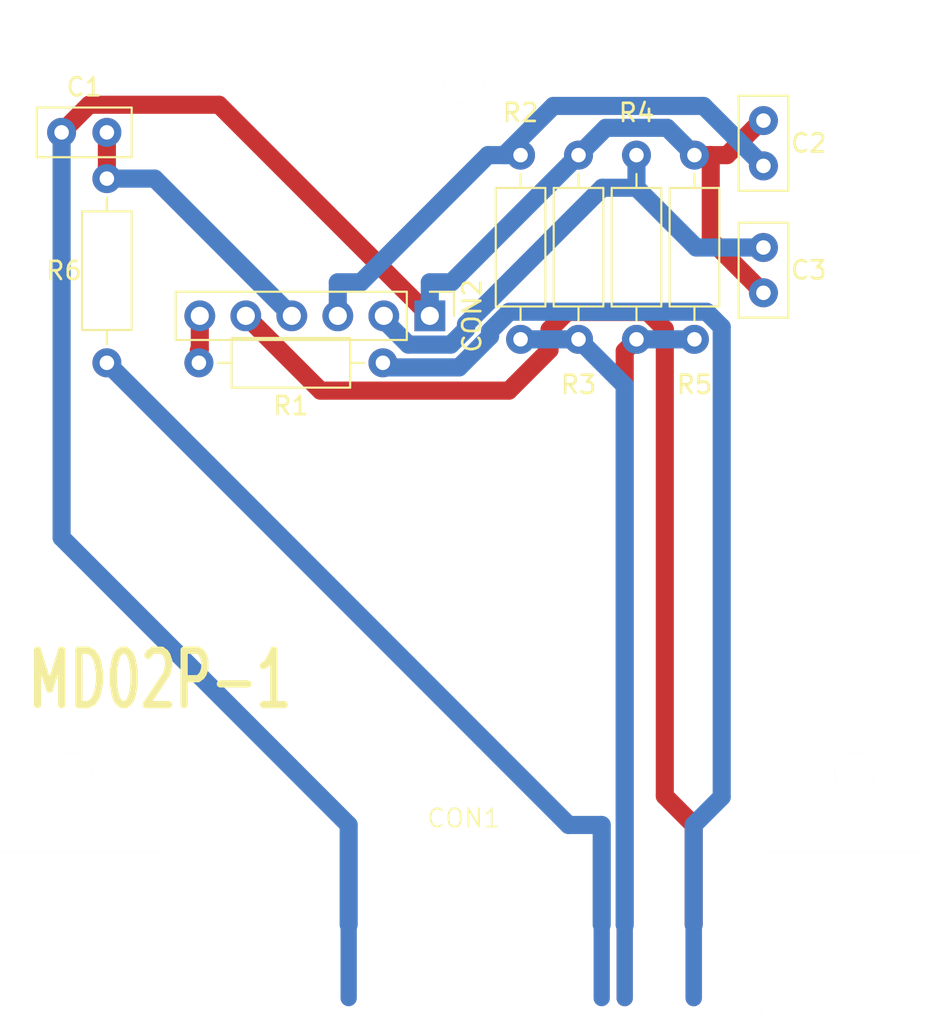
<source format=kicad_pcb>
(kicad_pcb (version 20240108) (generator "pcbnew") (generator_version "8.0")
  (layers (0 "F.Cu" signal) (31 "B.Cu" signal) (34 "B.Paste" user) (35 "F.Paste" user) (36 "B.SilkS" user "B.Silkscreen") (37 "F.SilkS" user "F.Silkscreen") (38 "B.Mask" user) (39 "F.Mask" user) (44 "Edge.Cuts" user))
  (net 0 "")
  (net 1 "/+5V")
  (net 2 "/Red")
  (net 3 "/Green")
  (net 4 "/CON1.Pin40")
  (net 5 "/GND")
  (net 6 "/Black")
  (net 7 "/CON1.Pin39")
  (net 8 "/Yellow")
  (net 9 "/CON1.Pin38")
  (net 10 "/CON1.Pin45")
  (footprint "Capacitor_THT:C_Disc_D5.0mm_W2.5mm_P2.50mm" (layer "F.Cu") (at 134.16 81.32)
    (property "Reference" "C1" (at 1.25 -2.5 0) (layer "F.SilkS"))
    (property "Value" "DNP")
    (fp_line (start -1.37 -1.37) (end -1.37 1.37) (stroke (width 0.12)) (layer "F.SilkS"))
    (fp_line (start -1.37 -1.37) (end 3.87 -1.37) (stroke (width 0.12)) (layer "F.SilkS"))
    (fp_line (start -1.37 1.37) (end 3.87 1.37) (stroke (width 0.12)) (layer "F.SilkS"))
    (fp_line (start 3.87 -1.37) (end 3.87 1.37) (stroke (width 0.12)) (layer "F.SilkS"))
    (pad "1" thru_hole circle (at 0 0) (size 1.6 1.6) (drill 0.8) (layers "*.Cu" "*.Mask") (net 5 "/GND"))
    (pad "2" thru_hole circle (at 2.5 0) (size 1.6 1.6) (drill 0.8) (layers "*.Cu" "*.Mask") (net 8 "/Yellow"))
  )
  (footprint "Resistor_THT:R_Axial_DIN0207_L6.3mm_D2.5mm_P10.16mm_Horizontal" (layer "F.Cu") (at 165.9 92.735 90)
    (property "Reference" "R4" (at 12.5 0 180) (layer "F.SilkS"))
    (property "Value" "Jumper_2_Bridged")
    (fp_line (start 8.35 -1.37) (end 1.81 -1.37) (stroke (width 0.12)) (layer "F.SilkS"))
    (fp_line (start 1.81 -1.37) (end 1.81 1.37) (stroke (width 0.12)) (layer "F.SilkS"))
    (fp_line (start 9.12 0) (end 8.35 0) (stroke (width 0.12)) (layer "F.SilkS"))
    (fp_line (start 1.04 0) (end 1.81 0) (stroke (width 0.12)) (layer "F.SilkS"))
    (fp_line (start 8.35 1.37) (end 8.35 -1.37) (stroke (width 0.12)) (layer "F.SilkS"))
    (fp_line (start 1.81 1.37) (end 8.35 1.37) (stroke (width 0.12)) (layer "F.SilkS"))
    (pad "1" thru_hole circle (at 0 0 90) (size 1.6 1.6) (drill 0.8) (layers "*.Cu" "*.Mask") (net 7 "/CON1.Pin39"))
    (pad "2" thru_hole oval (at 10.16 0 90) (size 1.6 1.6) (drill 0.8) (layers "*.Cu" "*.Mask") (net 6 "/Black"))
  )
  (footprint "Resistor_THT:R_Axial_DIN0207_L6.3mm_D2.5mm_P10.16mm_Horizontal" (layer "F.Cu") (at 141.74 94.03)
    (property "Reference" "R1" (at 5.08 2.37 0) (layer "F.SilkS"))
    (property "Value" "Jumper_2_Open")
    (fp_line (start 1.04 0) (end 1.81 0) (stroke (width 0.12)) (layer "F.SilkS"))
    (fp_line (start 1.81 -1.37) (end 1.81 1.37) (stroke (width 0.12)) (layer "F.SilkS"))
    (fp_line (start 1.81 1.37) (end 8.35 1.37) (stroke (width 0.12)) (layer "F.SilkS"))
    (fp_line (start 8.35 -1.37) (end 1.81 -1.37) (stroke (width 0.12)) (layer "F.SilkS"))
    (fp_line (start 8.35 1.37) (end 8.35 -1.37) (stroke (width 0.12)) (layer "F.SilkS"))
    (fp_line (start 9.12 0) (end 8.35 0) (stroke (width 0.12)) (layer "F.SilkS"))
    (pad "1" thru_hole circle (at 0 0) (size 1.6 1.6) (drill 0.8) (layers "*.Cu" "*.Mask") (net 2 "/Red"))
    (pad "2" thru_hole oval (at 10.16 0) (size 1.6 1.6) (drill 0.8) (layers "*.Cu" "*.Mask") (net 1 "/+5V"))
  )
  (footprint "Resistor_THT:R_Axial_DIN0207_L6.3mm_D2.5mm_P10.16mm_Horizontal" (layer "F.Cu") (at 159.5 92.735 90)
    (property "Reference" "R2" (at 12.5 0 180) (layer "F.SilkS"))
    (property "Value" "Jumper_2_Bridged")
    (fp_line (start 8.35 -1.37) (end 1.81 -1.37) (stroke (width 0.12)) (layer "F.SilkS"))
    (fp_line (start 1.81 -1.37) (end 1.81 1.37) (stroke (width 0.12)) (layer "F.SilkS"))
    (fp_line (start 9.12 0) (end 8.35 0) (stroke (width 0.12)) (layer "F.SilkS"))
    (fp_line (start 1.04 0) (end 1.81 0) (stroke (width 0.12)) (layer "F.SilkS"))
    (fp_line (start 8.35 1.37) (end 8.35 -1.37) (stroke (width 0.12)) (layer "F.SilkS"))
    (fp_line (start 1.81 1.37) (end 8.35 1.37) (stroke (width 0.12)) (layer "F.SilkS"))
    (pad "1" thru_hole circle (at 0 0 90) (size 1.6 1.6) (drill 0.8) (layers "*.Cu" "*.Mask") (net 4 "/CON1.Pin40"))
    (pad "2" thru_hole oval (at 10.16 0 90) (size 1.6 1.6) (drill 0.8) (layers "*.Cu" "*.Mask") (net 3 "/Green"))
  )
  (footprint "Capacitor_THT:C_Disc_D5.0mm_W2.5mm_P2.50mm" (layer "F.Cu") (at 172.91 90.17 90)
    (property "Reference" "C3" (at 1.25 2.5 180) (layer "F.SilkS"))
    (property "Value" "DNP")
    (fp_line (start 3.87 -1.37) (end 3.87 1.37) (stroke (width 0.12)) (layer "F.SilkS"))
    (fp_line (start -1.37 -1.37) (end 3.87 -1.37) (stroke (width 0.12)) (layer "F.SilkS"))
    (fp_line (start -1.37 -1.37) (end -1.37 1.37) (stroke (width 0.12)) (layer "F.SilkS"))
    (fp_line (start -1.37 1.37) (end 3.87 1.37) (stroke (width 0.12)) (layer "F.SilkS"))
    (pad "1" thru_hole circle (at 0 0 90) (size 1.6 1.6) (drill 0.8) (layers "*.Cu" "*.Mask") (net 5 "/GND"))
    (pad "2" thru_hole circle (at 2.5 0 90) (size 1.6 1.6) (drill 0.8) (layers "*.Cu" "*.Mask") (net 6 "/Black"))
  )
  (footprint "Capacitor_THT:C_Disc_D5.0mm_W2.5mm_P2.50mm" (layer "F.Cu") (at 172.91 83.17 90)
    (property "Reference" "C2" (at 1.25 2.5 180) (layer "F.SilkS"))
    (property "Value" "DNP")
    (fp_line (start 3.87 -1.37) (end 3.87 1.37) (stroke (width 0.12)) (layer "F.SilkS"))
    (fp_line (start -1.37 -1.37) (end 3.87 -1.37) (stroke (width 0.12)) (layer "F.SilkS"))
    (fp_line (start -1.37 -1.37) (end -1.37 1.37) (stroke (width 0.12)) (layer "F.SilkS"))
    (fp_line (start -1.37 1.37) (end 3.87 1.37) (stroke (width 0.12)) (layer "F.SilkS"))
    (pad "1" thru_hole circle (at 0 0 90) (size 1.6 1.6) (drill 0.8) (layers "*.Cu" "*.Mask") (net 3 "/Green"))
    (pad "2" thru_hole circle (at 2.5 0 90) (size 1.6 1.6) (drill 0.8) (layers "*.Cu" "*.Mask") (net 5 "/GND"))
  )
  (footprint "Resistor_THT:R_Axial_DIN0207_L6.3mm_D2.5mm_P10.16mm_Horizontal" (layer "F.Cu") (at 169.1 92.735 90)
    (property "Reference" "R5" (at -2.5 0 180) (layer "F.SilkS"))
    (property "Value" "Jumper_2_Open")
    (fp_line (start 8.35 -1.37) (end 1.81 -1.37) (stroke (width 0.12)) (layer "F.SilkS"))
    (fp_line (start 1.81 -1.37) (end 1.81 1.37) (stroke (width 0.12)) (layer "F.SilkS"))
    (fp_line (start 9.12 0) (end 8.35 0) (stroke (width 0.12)) (layer "F.SilkS"))
    (fp_line (start 1.04 0) (end 1.81 0) (stroke (width 0.12)) (layer "F.SilkS"))
    (fp_line (start 8.35 1.37) (end 8.35 -1.37) (stroke (width 0.12)) (layer "F.SilkS"))
    (fp_line (start 1.81 1.37) (end 8.35 1.37) (stroke (width 0.12)) (layer "F.SilkS"))
    (pad "1" thru_hole circle (at 0 0 90) (size 1.6 1.6) (drill 0.8) (layers "*.Cu" "*.Mask") (net 7 "/CON1.Pin39"))
    (pad "2" thru_hole oval (at 10.16 0 90) (size 1.6 1.6) (drill 0.8) (layers "*.Cu" "*.Mask") (net 5 "/GND"))
  )
  (footprint "!M203A:Edge Connector" (layer "F.Cu") (at 156.36 125.02)
    (property "Reference" "CON1" (at 0 -5.87 0) (layer "F.SilkS") (effects (font (thickness 0.1))))
    (property "Value" "Edge Connector")
    (pad "16" smd oval (at -6.35 0 180) (size 0.9 9) (layers "B.Cu" "B.Mask") (net 5 "/GND"))
    (pad "38" smd oval (at 7.62 0 180) (size 0.9 9) (layers "B.Cu" "B.Mask") (net 9 "/CON1.Pin38"))
    (pad "39" smd oval (at 8.89 0) (size 0.9 9) (layers "F.Cu" "F.Mask") (net 7 "/CON1.Pin39"))
    (pad "40" smd oval (at 8.89 0 180) (size 0.9 9) (layers "B.Cu" "B.Mask") (net 4 "/CON1.Pin40"))
    (pad "45" smd oval (at 12.7 0) (size 0.9 9) (layers "F.Cu" "F.Mask") (net 10 "/CON1.Pin45"))
    (pad "46" smd oval (at 12.7 0 180) (size 0.9 9) (layers "B.Cu" "B.Mask") (net 1 "/+5V"))
  )
  (footprint "Resistor_THT:R_Axial_DIN0207_L6.3mm_D2.5mm_P10.16mm_Horizontal" (layer "F.Cu") (at 162.7 92.735 90)
    (property "Reference" "R3" (at -2.5 0 180) (layer "F.SilkS"))
    (property "Value" "Jumper_2_Open")
    (fp_line (start 8.35 -1.37) (end 1.81 -1.37) (stroke (width 0.12)) (layer "F.SilkS"))
    (fp_line (start 1.81 -1.37) (end 1.81 1.37) (stroke (width 0.12)) (layer "F.SilkS"))
    (fp_line (start 9.12 0) (end 8.35 0) (stroke (width 0.12)) (layer "F.SilkS"))
    (fp_line (start 1.04 0) (end 1.81 0) (stroke (width 0.12)) (layer "F.SilkS"))
    (fp_line (start 8.35 1.37) (end 8.35 -1.37) (stroke (width 0.12)) (layer "F.SilkS"))
    (fp_line (start 1.81 1.37) (end 8.35 1.37) (stroke (width 0.12)) (layer "F.SilkS"))
    (pad "1" thru_hole circle (at 0 0 90) (size 1.6 1.6) (drill 0.8) (layers "*.Cu" "*.Mask") (net 4 "/CON1.Pin40"))
    (pad "2" thru_hole oval (at 10.16 0 90) (size 1.6 1.6) (drill 0.8) (layers "*.Cu" "*.Mask") (net 5 "/GND"))
  )
  (footprint "Connector_PinHeader_2.54mm:PinHeader_1x06_P2.54mm_Vertical" (layer "F.Cu") (at 154.49 91.44 -90)
    (property "Reference" "CON2" (at 0 -2.33 90) (layer "F.SilkS"))
    (property "Value" "Cable End Socket Connector Female")
    (fp_line (start -1.33 14.03) (end 1.33 14.03) (stroke (width 0.12)) (layer "F.SilkS"))
    (fp_line (start -1.33 1.27) (end -1.33 14.03) (stroke (width 0.12)) (layer "F.SilkS"))
    (fp_line (start -1.33 1.27) (end 1.33 1.27) (stroke (width 0.12)) (layer "F.SilkS"))
    (fp_line (start 1.33 1.27) (end 1.33 14.03) (stroke (width 0.12)) (layer "F.SilkS"))
    (fp_line (start -1.33 0) (end -1.33 -1.33) (stroke (width 0.12)) (layer "F.SilkS"))
    (fp_line (start -1.33 -1.33) (end 0 -1.33) (stroke (width 0.12)) (layer "F.SilkS"))
    (pad "1" thru_hole rect (at 0 0 270) (size 1.7 1.7) (drill 1) (layers "*.Cu" "*.Mask") (net 5 "/GND"))
    (pad "2" thru_hole oval (at 0 2.54 270) (size 1.7 1.7) (drill 1) (layers "*.Cu" "*.Mask") (net 6 "/Black"))
    (pad "3" thru_hole oval (at 0 5.08 270) (size 1.7 1.7) (drill 1) (layers "*.Cu" "*.Mask") (net 3 "/Green"))
    (pad "4" thru_hole oval (at 0 7.62 270) (size 1.7 1.7) (drill 1) (layers "*.Cu" "*.Mask") (net 8 "/Yellow"))
    (pad "5" thru_hole oval (at 0 10.16 270) (size 1.7 1.7) (drill 1) (layers "*.Cu" "*.Mask") (net 10 "/CON1.Pin45"))
    (pad "6" thru_hole oval (at 0 12.7 270) (size 1.7 1.7) (drill 1) (layers "*.Cu" "*.Mask") (net 2 "/Red"))
  )
  (footprint "Resistor_THT:R_Axial_DIN0207_L6.3mm_D2.5mm_P10.16mm_Horizontal" (layer "F.Cu") (at 136.66 94.03 90)
    (property "Reference" "R6" (at 5.08 -2.37 180) (layer "F.SilkS"))
    (property "Value" "Jumper_2_Open")
    (fp_line (start 8.35 -1.37) (end 1.81 -1.37) (stroke (width 0.12)) (layer "F.SilkS"))
    (fp_line (start 1.81 -1.37) (end 1.81 1.37) (stroke (width 0.12)) (layer "F.SilkS"))
    (fp_line (start 9.12 0) (end 8.35 0) (stroke (width 0.12)) (layer "F.SilkS"))
    (fp_line (start 1.04 0) (end 1.81 0) (stroke (width 0.12)) (layer "F.SilkS"))
    (fp_line (start 8.35 1.37) (end 8.35 -1.37) (stroke (width 0.12)) (layer "F.SilkS"))
    (fp_line (start 1.81 1.37) (end 8.35 1.37) (stroke (width 0.12)) (layer "F.SilkS"))
    (pad "1" thru_hole circle (at 0 0 90) (size 1.6 1.6) (drill 0.8) (layers "*.Cu" "*.Mask") (net 9 "/CON1.Pin38"))
    (pad "2" thru_hole oval (at 10.16 0 90) (size 1.6 1.6) (drill 0.8) (layers "*.Cu" "*.Mask") (net 8 "/Yellow"))
  )
  (gr_line (start 181.96 121.02) (end 172.86 121.02) (stroke (width 0.002)) (layer "Edge.Cuts"))
  (gr_line (start 172.86 121.02) (end 172.86 129.52) (stroke (width 0.002)) (layer "Edge.Cuts"))
  (gr_line (start 139.86 121.02) (end 139.86 129.52) (stroke (width 0.002)) (layer "Edge.Cuts"))
  (gr_circle (center 177.96 116.62) (end 179.06 116.62) (stroke (width 0.002)) (fill none) (layer "Edge.Cuts"))
  (gr_line (start 139.86 121.02) (end 130.76 121.02) (stroke (width 0.002)) (layer "Edge.Cuts"))
  (gr_circle (center 156.36 78.62) (end 157.46 78.62) (stroke (width 0.002)) (fill none) (layer "Edge.Cuts"))
  (gr_arc (start 140.86 130.52) (mid 140.152893 130.227107) (end 139.86 129.52) (stroke (width 0.002)) (layer "Edge.Cuts"))
  (gr_line (start 181.96 74.02) (end 181.96 121.02) (stroke (width 0.002)) (layer "Edge.Cuts"))
  (gr_line (start 171.86 130.52) (end 140.86 130.52) (stroke (width 0.002)) (layer "Edge.Cuts"))
  (gr_line (start 130.76 74.02) (end 181.96 74.02) (stroke (width 0.002)) (layer "Edge.Cuts"))
  (gr_line (start 130.76 121.02) (end 130.76 74.02) (stroke (width 0.002)) (layer "Edge.Cuts"))
  (gr_circle (center 134.76 116.62) (end 135.86 116.62) (stroke (width 0.002)) (fill none) (layer "Edge.Cuts"))
  (gr_arc (start 172.86 129.52) (mid 172.567107 130.227107) (end 171.86 130.52) (stroke (width 0.002)) (layer "Edge.Cuts"))
  (gr_text "MD02P-1" (at 132.09 113.27 0) (layer "F.SilkS") (effects (font (size 3 2) (thickness 0.4) (bold yes)) (justify left bottom)))
  (segment (start 158.8845 91.2105) (end 157.8149 92.2801) (width 1) (layer "B.Cu") (net 1))
  (segment (start 170.6057 117.9743) (end 170.6057 92.0557) (width 1) (layer "B.Cu") (net 1))
  (segment (start 157.8149 92.2801) (end 157.8149 92.5694) (width 1) (layer "B.Cu") (net 1))
  (segment (start 169.06 125.02) (end 169.06 119.52) (width 1) (layer "B.Cu") (net 1))
  (segment (start 156.1011 94.2832) (end 152.1532 94.2832) (width 1) (layer "B.Cu") (net 1))
  (segment (start 152.1532 94.2832) (end 151.9 94.03) (width 1) (layer "B.Cu") (net 1))
  (segment (start 169.06 119.52) (end 170.6057 117.9743) (width 1) (layer "B.Cu") (net 1))
  (segment (start 170.6057 92.0557) (end 169.7605 91.2105) (width 1) (layer "B.Cu") (net 1))
  (segment (start 157.8149 92.5694) (end 156.1011 94.2832) (width 1) (layer "B.Cu") (net 1))
  (segment (start 169.7605 91.2105) (end 158.8845 91.2105) (width 1) (layer "B.Cu") (net 1))
  (segment (start 141.79 91.44) (end 141.79 93.29) (width 1) (layer "F.Cu") (net 2))
  (segment (start 141.74 93.34) (end 141.74 94.03) (width 1) (layer "F.Cu") (net 2))
  (segment (start 141.79 93.29) (end 141.74 93.34) (width 1) (layer "F.Cu") (net 2))
  (segment (start 159.5 82.575) (end 158.6 82.575) (width 1) (layer "B.Cu") (net 3))
  (segment (start 169.6021 79.8621) (end 172.91 83.17) (width 1) (layer "B.Cu") (net 3))
  (segment (start 150.685 89.59) (end 157.7 82.575) (width 1) (layer "B.Cu") (net 3))
  (segment (start 158.6 82.575) (end 161.3129 79.8621) (width 1) (layer "B.Cu") (net 3))
  (segment (start 158.6 82.575) (end 157.7 82.575) (width 1) (layer "B.Cu") (net 3))
  (segment (start 161.3129 79.8621) (end 169.6021 79.8621) (width 1) (layer "B.Cu") (net 3))
  (segment (start 149.41 89.59) (end 150.685 89.59) (width 1) (layer "B.Cu") (net 3))
  (segment (start 149.41 91.44) (end 149.41 89.59) (width 1) (layer "B.Cu") (net 3))
  (segment (start 165.25 95.285) (end 162.7 92.735) (width 1) (layer "B.Cu") (net 4))
  (segment (start 162.7 92.735) (end 159.5 92.735) (width 1) (layer "B.Cu") (net 4))
  (segment (start 165.25 125.02) (end 165.25 95.285) (width 1) (layer "B.Cu") (net 4))
  (segment (start 135.6832 79.7968) (end 142.8468 79.7968) (width 1) (layer "F.Cu") (net 5))
  (segment (start 172.805 80.67) (end 172.91 80.67) (width 1) (layer "F.Cu") (net 5))
  (segment (start 170 82.575) (end 170 87.26) (width 1) (layer "F.Cu") (net 5))
  (segment (start 170.9 82.575) (end 172.805 80.67) (width 1) (layer "F.Cu") (net 5))
  (segment (start 134.16 81.32) (end 135.6832 79.7968) (width 1) (layer "F.Cu") (net 5))
  (segment (start 170 87.26) (end 172.91 90.17) (width 1) (layer "F.Cu") (net 5))
  (segment (start 169.1 82.575) (end 170 82.575) (width 1) (layer "F.Cu") (net 5))
  (segment (start 142.8468 79.7968) (end 154.49 91.44) (width 1) (layer "F.Cu") (net 5))
  (segment (start 170 82.575) (end 170.9 82.575) (width 1) (layer "F.Cu") (net 5))
  (segment (start 150.01 125.02) (end 150.01 119.52) (width 1) (layer "B.Cu") (net 5))
  (segment (start 167.5935 81.0685) (end 169.1 82.575) (width 1) (layer "B.Cu") (net 5))
  (segment (start 162.7 82.575) (end 164.2065 81.0685) (width 1) (layer "B.Cu") (net 5))
  (segment (start 154.49 91.44) (end 154.49 89.59) (width 1) (layer "B.Cu") (net 5))
  (segment (start 164.2065 81.0685) (end 167.5935 81.0685) (width 1) (layer "B.Cu") (net 5))
  (segment (start 154.49 89.59) (end 155.685 89.59) (width 1) (layer "B.Cu") (net 5))
  (segment (start 155.685 89.59) (end 162.7 82.575) (width 1) (layer "B.Cu") (net 5))
  (segment (start 134.16 103.67) (end 134.16 81.32) (width 1) (layer "B.Cu") (net 5))
  (segment (start 150.01 119.52) (end 134.16 103.67) (width 1) (layer "B.Cu") (net 5))
  (segment (start 165.9 82.575) (end 165.9 84.375) (width 1) (layer "B.Cu") (net 6))
  (segment (start 155.6487 93.0253) (end 153.3035 93.0253) (width 1) (layer "B.Cu") (net 6))
  (segment (start 164.0126 84.375) (end 156.4887 91.8989) (width 1) (layer "B.Cu") (net 6))
  (segment (start 156.4887 91.8989) (end 156.4887 92.1853) (width 1) (layer "B.Cu") (net 6))
  (segment (start 153.3035 93.0253) (end 151.95 91.6718) (width 1) (layer "B.Cu") (net 6))
  (segment (start 165.9 84.375) (end 164.0126 84.375) (width 1) (layer "B.Cu") (net 6))
  (segment (start 169.195 87.67) (end 165.9 84.375) (width 1) (layer "B.Cu") (net 6))
  (segment (start 156.4887 92.1853) (end 155.6487 93.0253) (width 1) (layer "B.Cu") (net 6))
  (segment (start 151.95 91.6718) (end 151.95 91.44) (width 1) (layer "B.Cu") (net 6))
  (segment (start 172.91 87.67) (end 169.195 87.67) (width 1) (layer "B.Cu") (net 6))
  (segment (start 165.25 125.02) (end 165.25 93.385) (width 1) (layer "F.Cu") (net 7))
  (segment (start 165.25 93.385) (end 165.9 92.735) (width 1) (layer "F.Cu") (net 7))
  (segment (start 165.9 92.735) (end 169.1 92.735) (width 1) (layer "B.Cu") (net 7))
  (segment (start 136.66 83.87) (end 136.66 81.32) (width 1) (layer "F.Cu") (net 8))
  (segment (start 146.87 91.44) (end 139.3 83.87) (width 1) (layer "B.Cu") (net 8))
  (segment (start 139.3 83.87) (end 136.66 83.87) (width 1) (layer "B.Cu") (net 8))
  (segment (start 163.98 125.02) (end 163.98 119.52) (width 1) (layer "B.Cu") (net 9))
  (segment (start 163.98 119.52) (end 162.15 119.52) (width 1) (layer "B.Cu") (net 9))
  (segment (start 162.15 119.52) (end 136.66 94.03) (width 1) (layer "B.Cu") (net 9))
  (segment (start 148.4541 95.5641) (end 144.33 91.44) (width 1) (layer "F.Cu") (net 10))
  (segment (start 166.5169 91.2255) (end 162.0764 91.2255) (width 1) (layer "F.Cu") (net 10))
  (segment (start 161.1 92.2019) (end 161.1 93.3169) (width 1) (layer "F.Cu") (net 10))
  (segment (start 169.06 125.02) (end 169.06 119.52) (width 1) (layer "F.Cu") (net 10))
  (segment (start 162.0764 91.2255) (end 161.1 92.2019) (width 1) (layer "F.Cu") (net 10))
  (segment (start 158.8528 95.5641) (end 148.4541 95.5641) (width 1) (layer "F.Cu") (net 10))
  (segment (start 161.1 93.3169) (end 158.8528 95.5641) (width 1) (layer "F.Cu") (net 10))
  (segment (start 167.4637 92.1723) (end 166.5169 91.2255) (width 1) (layer "F.Cu") (net 10))
  (segment (start 169.06 119.52) (end 167.4637 117.9237) (width 1) (layer "F.Cu") (net 10))
  (segment (start 167.4637 117.9237) (end 167.4637 92.1723) (width 1) (layer "F.Cu") (net 10))
)
</source>
